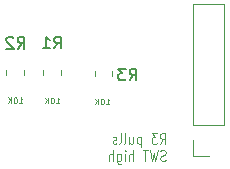
<source format=gbr>
%TF.GenerationSoftware,KiCad,Pcbnew,7.0.6*%
%TF.CreationDate,2023-09-12T23:14:46-07:00*%
%TF.ProjectId,Rotary Encoder Board,526f7461-7279-4204-956e-636f64657220,rev?*%
%TF.SameCoordinates,Original*%
%TF.FileFunction,Legend,Bot*%
%TF.FilePolarity,Positive*%
%FSLAX46Y46*%
G04 Gerber Fmt 4.6, Leading zero omitted, Abs format (unit mm)*
G04 Created by KiCad (PCBNEW 7.0.6) date 2023-09-12 23:14:46*
%MOMM*%
%LPD*%
G01*
G04 APERTURE LIST*
%ADD10C,0.063640*%
%ADD11C,0.114440*%
%ADD12C,0.150000*%
%ADD13C,0.120000*%
G04 APERTURE END LIST*
D10*
X143474274Y-89090478D02*
X143755417Y-89090478D01*
X143614846Y-89090478D02*
X143614846Y-88598478D01*
X143614846Y-88598478D02*
X143661703Y-88668764D01*
X143661703Y-88668764D02*
X143708560Y-88715621D01*
X143708560Y-88715621D02*
X143755417Y-88739050D01*
X143169703Y-88598478D02*
X143122846Y-88598478D01*
X143122846Y-88598478D02*
X143075989Y-88621907D01*
X143075989Y-88621907D02*
X143052561Y-88645335D01*
X143052561Y-88645335D02*
X143029132Y-88692192D01*
X143029132Y-88692192D02*
X143005703Y-88785907D01*
X143005703Y-88785907D02*
X143005703Y-88903050D01*
X143005703Y-88903050D02*
X143029132Y-88996764D01*
X143029132Y-88996764D02*
X143052561Y-89043621D01*
X143052561Y-89043621D02*
X143075989Y-89067050D01*
X143075989Y-89067050D02*
X143122846Y-89090478D01*
X143122846Y-89090478D02*
X143169703Y-89090478D01*
X143169703Y-89090478D02*
X143216561Y-89067050D01*
X143216561Y-89067050D02*
X143239989Y-89043621D01*
X143239989Y-89043621D02*
X143263418Y-88996764D01*
X143263418Y-88996764D02*
X143286846Y-88903050D01*
X143286846Y-88903050D02*
X143286846Y-88785907D01*
X143286846Y-88785907D02*
X143263418Y-88692192D01*
X143263418Y-88692192D02*
X143239989Y-88645335D01*
X143239989Y-88645335D02*
X143216561Y-88621907D01*
X143216561Y-88621907D02*
X143169703Y-88598478D01*
X142794847Y-89090478D02*
X142794847Y-88598478D01*
X142513704Y-89090478D02*
X142724561Y-88809335D01*
X142513704Y-88598478D02*
X142794847Y-88879621D01*
D11*
X148037806Y-92417677D02*
X148286472Y-91989868D01*
X148464091Y-92417677D02*
X148464091Y-91519277D01*
X148464091Y-91519277D02*
X148179901Y-91519277D01*
X148179901Y-91519277D02*
X148108853Y-91562058D01*
X148108853Y-91562058D02*
X148073330Y-91604839D01*
X148073330Y-91604839D02*
X148037806Y-91690401D01*
X148037806Y-91690401D02*
X148037806Y-91818744D01*
X148037806Y-91818744D02*
X148073330Y-91904306D01*
X148073330Y-91904306D02*
X148108853Y-91947087D01*
X148108853Y-91947087D02*
X148179901Y-91989868D01*
X148179901Y-91989868D02*
X148464091Y-91989868D01*
X147789139Y-91519277D02*
X147327330Y-91519277D01*
X147327330Y-91519277D02*
X147575996Y-91861525D01*
X147575996Y-91861525D02*
X147469425Y-91861525D01*
X147469425Y-91861525D02*
X147398377Y-91904306D01*
X147398377Y-91904306D02*
X147362853Y-91947087D01*
X147362853Y-91947087D02*
X147327330Y-92032649D01*
X147327330Y-92032649D02*
X147327330Y-92246554D01*
X147327330Y-92246554D02*
X147362853Y-92332116D01*
X147362853Y-92332116D02*
X147398377Y-92374897D01*
X147398377Y-92374897D02*
X147469425Y-92417677D01*
X147469425Y-92417677D02*
X147682568Y-92417677D01*
X147682568Y-92417677D02*
X147753615Y-92374897D01*
X147753615Y-92374897D02*
X147789139Y-92332116D01*
X146439234Y-91818744D02*
X146439234Y-92717144D01*
X146439234Y-91861525D02*
X146368187Y-91818744D01*
X146368187Y-91818744D02*
X146226092Y-91818744D01*
X146226092Y-91818744D02*
X146155044Y-91861525D01*
X146155044Y-91861525D02*
X146119520Y-91904306D01*
X146119520Y-91904306D02*
X146083996Y-91989868D01*
X146083996Y-91989868D02*
X146083996Y-92246554D01*
X146083996Y-92246554D02*
X146119520Y-92332116D01*
X146119520Y-92332116D02*
X146155044Y-92374897D01*
X146155044Y-92374897D02*
X146226092Y-92417677D01*
X146226092Y-92417677D02*
X146368187Y-92417677D01*
X146368187Y-92417677D02*
X146439234Y-92374897D01*
X145444568Y-91818744D02*
X145444568Y-92417677D01*
X145764282Y-91818744D02*
X145764282Y-92289335D01*
X145764282Y-92289335D02*
X145728759Y-92374897D01*
X145728759Y-92374897D02*
X145657711Y-92417677D01*
X145657711Y-92417677D02*
X145551140Y-92417677D01*
X145551140Y-92417677D02*
X145480092Y-92374897D01*
X145480092Y-92374897D02*
X145444568Y-92332116D01*
X144982759Y-92417677D02*
X145053807Y-92374897D01*
X145053807Y-92374897D02*
X145089330Y-92289335D01*
X145089330Y-92289335D02*
X145089330Y-91519277D01*
X144591997Y-92417677D02*
X144663045Y-92374897D01*
X144663045Y-92374897D02*
X144698568Y-92289335D01*
X144698568Y-92289335D02*
X144698568Y-91519277D01*
X144343330Y-92374897D02*
X144272283Y-92417677D01*
X144272283Y-92417677D02*
X144130187Y-92417677D01*
X144130187Y-92417677D02*
X144059140Y-92374897D01*
X144059140Y-92374897D02*
X144023616Y-92289335D01*
X144023616Y-92289335D02*
X144023616Y-92246554D01*
X144023616Y-92246554D02*
X144059140Y-92160992D01*
X144059140Y-92160992D02*
X144130187Y-92118211D01*
X144130187Y-92118211D02*
X144236759Y-92118211D01*
X144236759Y-92118211D02*
X144307806Y-92075430D01*
X144307806Y-92075430D02*
X144343330Y-91989868D01*
X144343330Y-91989868D02*
X144343330Y-91947087D01*
X144343330Y-91947087D02*
X144307806Y-91861525D01*
X144307806Y-91861525D02*
X144236759Y-91818744D01*
X144236759Y-91818744D02*
X144130187Y-91818744D01*
X144130187Y-91818744D02*
X144059140Y-91861525D01*
X148499615Y-93821321D02*
X148393044Y-93864101D01*
X148393044Y-93864101D02*
X148215425Y-93864101D01*
X148215425Y-93864101D02*
X148144377Y-93821321D01*
X148144377Y-93821321D02*
X148108853Y-93778540D01*
X148108853Y-93778540D02*
X148073330Y-93692978D01*
X148073330Y-93692978D02*
X148073330Y-93607416D01*
X148073330Y-93607416D02*
X148108853Y-93521854D01*
X148108853Y-93521854D02*
X148144377Y-93479073D01*
X148144377Y-93479073D02*
X148215425Y-93436292D01*
X148215425Y-93436292D02*
X148357520Y-93393511D01*
X148357520Y-93393511D02*
X148428568Y-93350730D01*
X148428568Y-93350730D02*
X148464091Y-93307949D01*
X148464091Y-93307949D02*
X148499615Y-93222387D01*
X148499615Y-93222387D02*
X148499615Y-93136825D01*
X148499615Y-93136825D02*
X148464091Y-93051263D01*
X148464091Y-93051263D02*
X148428568Y-93008482D01*
X148428568Y-93008482D02*
X148357520Y-92965701D01*
X148357520Y-92965701D02*
X148179901Y-92965701D01*
X148179901Y-92965701D02*
X148073330Y-93008482D01*
X147824663Y-92965701D02*
X147647044Y-93864101D01*
X147647044Y-93864101D02*
X147504949Y-93222387D01*
X147504949Y-93222387D02*
X147362854Y-93864101D01*
X147362854Y-93864101D02*
X147185235Y-92965701D01*
X147007616Y-92965701D02*
X146581330Y-92965701D01*
X146794473Y-93864101D02*
X146794473Y-92965701D01*
X145764282Y-93864101D02*
X145764282Y-92965701D01*
X145444568Y-93864101D02*
X145444568Y-93393511D01*
X145444568Y-93393511D02*
X145480092Y-93307949D01*
X145480092Y-93307949D02*
X145551140Y-93265168D01*
X145551140Y-93265168D02*
X145657711Y-93265168D01*
X145657711Y-93265168D02*
X145728759Y-93307949D01*
X145728759Y-93307949D02*
X145764282Y-93350730D01*
X145089330Y-93864101D02*
X145089330Y-93265168D01*
X145089330Y-92965701D02*
X145124854Y-93008482D01*
X145124854Y-93008482D02*
X145089330Y-93051263D01*
X145089330Y-93051263D02*
X145053807Y-93008482D01*
X145053807Y-93008482D02*
X145089330Y-92965701D01*
X145089330Y-92965701D02*
X145089330Y-93051263D01*
X144414378Y-93265168D02*
X144414378Y-93992444D01*
X144414378Y-93992444D02*
X144449902Y-94078006D01*
X144449902Y-94078006D02*
X144485426Y-94120787D01*
X144485426Y-94120787D02*
X144556473Y-94163568D01*
X144556473Y-94163568D02*
X144663045Y-94163568D01*
X144663045Y-94163568D02*
X144734092Y-94120787D01*
X144414378Y-93821321D02*
X144485426Y-93864101D01*
X144485426Y-93864101D02*
X144627521Y-93864101D01*
X144627521Y-93864101D02*
X144698569Y-93821321D01*
X144698569Y-93821321D02*
X144734092Y-93778540D01*
X144734092Y-93778540D02*
X144769616Y-93692978D01*
X144769616Y-93692978D02*
X144769616Y-93436292D01*
X144769616Y-93436292D02*
X144734092Y-93350730D01*
X144734092Y-93350730D02*
X144698569Y-93307949D01*
X144698569Y-93307949D02*
X144627521Y-93265168D01*
X144627521Y-93265168D02*
X144485426Y-93265168D01*
X144485426Y-93265168D02*
X144414378Y-93307949D01*
X144059140Y-93864101D02*
X144059140Y-92965701D01*
X143739426Y-93864101D02*
X143739426Y-93393511D01*
X143739426Y-93393511D02*
X143774950Y-93307949D01*
X143774950Y-93307949D02*
X143845998Y-93265168D01*
X143845998Y-93265168D02*
X143952569Y-93265168D01*
X143952569Y-93265168D02*
X144023617Y-93307949D01*
X144023617Y-93307949D02*
X144059140Y-93350730D01*
D10*
X139241936Y-89011478D02*
X139523079Y-89011478D01*
X139382508Y-89011478D02*
X139382508Y-88519478D01*
X139382508Y-88519478D02*
X139429365Y-88589764D01*
X139429365Y-88589764D02*
X139476222Y-88636621D01*
X139476222Y-88636621D02*
X139523079Y-88660050D01*
X138937365Y-88519478D02*
X138890508Y-88519478D01*
X138890508Y-88519478D02*
X138843651Y-88542907D01*
X138843651Y-88542907D02*
X138820223Y-88566335D01*
X138820223Y-88566335D02*
X138796794Y-88613192D01*
X138796794Y-88613192D02*
X138773365Y-88706907D01*
X138773365Y-88706907D02*
X138773365Y-88824050D01*
X138773365Y-88824050D02*
X138796794Y-88917764D01*
X138796794Y-88917764D02*
X138820223Y-88964621D01*
X138820223Y-88964621D02*
X138843651Y-88988050D01*
X138843651Y-88988050D02*
X138890508Y-89011478D01*
X138890508Y-89011478D02*
X138937365Y-89011478D01*
X138937365Y-89011478D02*
X138984223Y-88988050D01*
X138984223Y-88988050D02*
X139007651Y-88964621D01*
X139007651Y-88964621D02*
X139031080Y-88917764D01*
X139031080Y-88917764D02*
X139054508Y-88824050D01*
X139054508Y-88824050D02*
X139054508Y-88706907D01*
X139054508Y-88706907D02*
X139031080Y-88613192D01*
X139031080Y-88613192D02*
X139007651Y-88566335D01*
X139007651Y-88566335D02*
X138984223Y-88542907D01*
X138984223Y-88542907D02*
X138937365Y-88519478D01*
X138562509Y-89011478D02*
X138562509Y-88519478D01*
X138281366Y-89011478D02*
X138492223Y-88730335D01*
X138281366Y-88519478D02*
X138562509Y-88800621D01*
X136107105Y-88998978D02*
X136388248Y-88998978D01*
X136247677Y-88998978D02*
X136247677Y-88506978D01*
X136247677Y-88506978D02*
X136294534Y-88577264D01*
X136294534Y-88577264D02*
X136341391Y-88624121D01*
X136341391Y-88624121D02*
X136388248Y-88647550D01*
X135802534Y-88506978D02*
X135755677Y-88506978D01*
X135755677Y-88506978D02*
X135708820Y-88530407D01*
X135708820Y-88530407D02*
X135685392Y-88553835D01*
X135685392Y-88553835D02*
X135661963Y-88600692D01*
X135661963Y-88600692D02*
X135638534Y-88694407D01*
X135638534Y-88694407D02*
X135638534Y-88811550D01*
X135638534Y-88811550D02*
X135661963Y-88905264D01*
X135661963Y-88905264D02*
X135685392Y-88952121D01*
X135685392Y-88952121D02*
X135708820Y-88975550D01*
X135708820Y-88975550D02*
X135755677Y-88998978D01*
X135755677Y-88998978D02*
X135802534Y-88998978D01*
X135802534Y-88998978D02*
X135849392Y-88975550D01*
X135849392Y-88975550D02*
X135872820Y-88952121D01*
X135872820Y-88952121D02*
X135896249Y-88905264D01*
X135896249Y-88905264D02*
X135919677Y-88811550D01*
X135919677Y-88811550D02*
X135919677Y-88694407D01*
X135919677Y-88694407D02*
X135896249Y-88600692D01*
X135896249Y-88600692D02*
X135872820Y-88553835D01*
X135872820Y-88553835D02*
X135849392Y-88530407D01*
X135849392Y-88530407D02*
X135802534Y-88506978D01*
X135427678Y-88998978D02*
X135427678Y-88506978D01*
X135146535Y-88998978D02*
X135357392Y-88717835D01*
X135146535Y-88506978D02*
X135427678Y-88788121D01*
D12*
X139064497Y-84354819D02*
X139397830Y-83878628D01*
X139635925Y-84354819D02*
X139635925Y-83354819D01*
X139635925Y-83354819D02*
X139254973Y-83354819D01*
X139254973Y-83354819D02*
X139159735Y-83402438D01*
X139159735Y-83402438D02*
X139112116Y-83450057D01*
X139112116Y-83450057D02*
X139064497Y-83545295D01*
X139064497Y-83545295D02*
X139064497Y-83688152D01*
X139064497Y-83688152D02*
X139112116Y-83783390D01*
X139112116Y-83783390D02*
X139159735Y-83831009D01*
X139159735Y-83831009D02*
X139254973Y-83878628D01*
X139254973Y-83878628D02*
X139635925Y-83878628D01*
X138112116Y-84354819D02*
X138683544Y-84354819D01*
X138397830Y-84354819D02*
X138397830Y-83354819D01*
X138397830Y-83354819D02*
X138493068Y-83497676D01*
X138493068Y-83497676D02*
X138588306Y-83592914D01*
X138588306Y-83592914D02*
X138683544Y-83640533D01*
X135979666Y-84367319D02*
X136312999Y-83891128D01*
X136551094Y-84367319D02*
X136551094Y-83367319D01*
X136551094Y-83367319D02*
X136170142Y-83367319D01*
X136170142Y-83367319D02*
X136074904Y-83414938D01*
X136074904Y-83414938D02*
X136027285Y-83462557D01*
X136027285Y-83462557D02*
X135979666Y-83557795D01*
X135979666Y-83557795D02*
X135979666Y-83700652D01*
X135979666Y-83700652D02*
X136027285Y-83795890D01*
X136027285Y-83795890D02*
X136074904Y-83843509D01*
X136074904Y-83843509D02*
X136170142Y-83891128D01*
X136170142Y-83891128D02*
X136551094Y-83891128D01*
X135598713Y-83462557D02*
X135551094Y-83414938D01*
X135551094Y-83414938D02*
X135455856Y-83367319D01*
X135455856Y-83367319D02*
X135217761Y-83367319D01*
X135217761Y-83367319D02*
X135122523Y-83414938D01*
X135122523Y-83414938D02*
X135074904Y-83462557D01*
X135074904Y-83462557D02*
X135027285Y-83557795D01*
X135027285Y-83557795D02*
X135027285Y-83653033D01*
X135027285Y-83653033D02*
X135074904Y-83795890D01*
X135074904Y-83795890D02*
X135646332Y-84367319D01*
X135646332Y-84367319D02*
X135027285Y-84367319D01*
X145454666Y-87068819D02*
X145787999Y-86592628D01*
X146026094Y-87068819D02*
X146026094Y-86068819D01*
X146026094Y-86068819D02*
X145645142Y-86068819D01*
X145645142Y-86068819D02*
X145549904Y-86116438D01*
X145549904Y-86116438D02*
X145502285Y-86164057D01*
X145502285Y-86164057D02*
X145454666Y-86259295D01*
X145454666Y-86259295D02*
X145454666Y-86402152D01*
X145454666Y-86402152D02*
X145502285Y-86497390D01*
X145502285Y-86497390D02*
X145549904Y-86545009D01*
X145549904Y-86545009D02*
X145645142Y-86592628D01*
X145645142Y-86592628D02*
X146026094Y-86592628D01*
X145121332Y-86068819D02*
X144502285Y-86068819D01*
X144502285Y-86068819D02*
X144835618Y-86449771D01*
X144835618Y-86449771D02*
X144692761Y-86449771D01*
X144692761Y-86449771D02*
X144597523Y-86497390D01*
X144597523Y-86497390D02*
X144549904Y-86545009D01*
X144549904Y-86545009D02*
X144502285Y-86640247D01*
X144502285Y-86640247D02*
X144502285Y-86878342D01*
X144502285Y-86878342D02*
X144549904Y-86973580D01*
X144549904Y-86973580D02*
X144597523Y-87021200D01*
X144597523Y-87021200D02*
X144692761Y-87068819D01*
X144692761Y-87068819D02*
X144978475Y-87068819D01*
X144978475Y-87068819D02*
X145073713Y-87021200D01*
X145073713Y-87021200D02*
X145121332Y-86973580D01*
D13*
%TO.C,R1*%
X139632831Y-86172936D02*
X139632831Y-86627064D01*
X138162831Y-86172936D02*
X138162831Y-86627064D01*
%TO.C,R2*%
X136498000Y-86185436D02*
X136498000Y-86639564D01*
X135028000Y-86185436D02*
X135028000Y-86639564D01*
%TO.C,J1*%
X150821190Y-80620000D02*
X153481190Y-80620000D01*
X150821190Y-90840000D02*
X150821190Y-80620000D01*
X150821190Y-90840000D02*
X153481190Y-90840000D01*
X150821190Y-92110000D02*
X150821190Y-93440000D01*
X150821190Y-93440000D02*
X152151190Y-93440000D01*
X153481190Y-90840000D02*
X153481190Y-80620000D01*
%TO.C,R3*%
X143991000Y-86259936D02*
X143991000Y-86714064D01*
X142521000Y-86259936D02*
X142521000Y-86714064D01*
%TD*%
M02*

</source>
